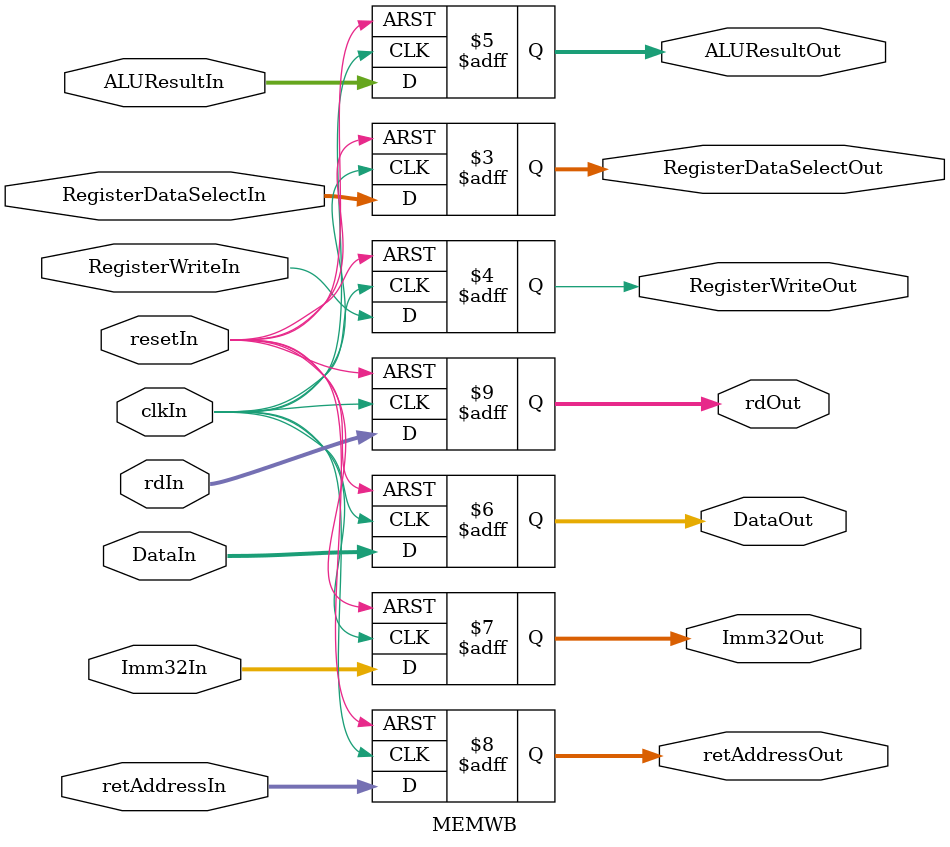
<source format=v>
module MEMWB(
    input clkIn,
    input resetIn,

    // control
    input [1:0] RegisterDataSelectIn,
    input RegisterWriteIn,

    input [31:0] ALUResultIn,
    input [31:0] DataIn,
    input [31:0] Imm32In,
    input [31:0] retAddressIn,
    input [4:0] rdIn,
    //control
    output reg [1:0] RegisterDataSelectOut,
    output reg RegisterWriteOut,

    output reg [31:0] ALUResultOut,
    output reg [31:0] DataOut,
    output reg [31:0] Imm32Out,
    output reg [31:0] retAddressOut,
    output reg [4:0] rdOut
    );
    always @(posedge clkIn, negedge resetIn) begin
        if (!resetIn) begin
            //control
            RegisterDataSelectOut <= 0;
            RegisterWriteOut <= 0;


            ALUResultOut <= 0;
            DataOut <= 0;
            Imm32Out <= 0;
            retAddressOut <= 0;
            rdOut <= 0;
        end
        else begin
            //control
            RegisterDataSelectOut <= RegisterDataSelectIn;
            RegisterWriteOut <= RegisterWriteIn;

            ALUResultOut <= ALUResultIn;
            DataOut <= DataIn;
            Imm32Out <= Imm32In;
            retAddressOut <= retAddressIn;
            rdOut <= rdIn;
        end
    end
endmodule

</source>
